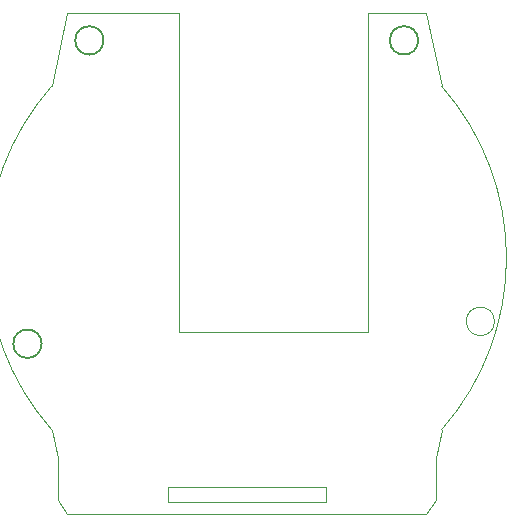
<source format=gbr>
%TF.GenerationSoftware,KiCad,Pcbnew,6.0.7-1.fc35*%
%TF.CreationDate,2022-11-04T19:38:46+01:00*%
%TF.ProjectId,sense_slim,73656e73-655f-4736-9c69-6d2e6b696361,rev?*%
%TF.SameCoordinates,Original*%
%TF.FileFunction,Profile,NP*%
%FSLAX46Y46*%
G04 Gerber Fmt 4.6, Leading zero omitted, Abs format (unit mm)*
G04 Created by KiCad (PCBNEW 6.0.7-1.fc35) date 2022-11-04 19:38:46*
%MOMM*%
%LPD*%
G01*
G04 APERTURE LIST*
%TA.AperFunction,Profile*%
%ADD10C,0.050000*%
%TD*%
%TA.AperFunction,Profile*%
%ADD11C,0.200000*%
%TD*%
G04 APERTURE END LIST*
D10*
X131620002Y-75688455D02*
X130305042Y-81914084D01*
D11*
X161330002Y-78038455D02*
G75*
G03*
X161330002Y-78038455I-1200000J0D01*
G01*
D10*
X162810002Y-116958455D02*
X162810002Y-113398455D01*
X131620002Y-75688455D02*
X141070002Y-75688455D01*
X130814963Y-113404083D02*
X130310003Y-111008454D01*
X161990002Y-75688455D02*
X163310001Y-81908456D01*
D11*
X134690002Y-78038455D02*
G75*
G03*
X134690002Y-78038455I-1200000J0D01*
G01*
D10*
X162810002Y-113398455D02*
X163314962Y-111002826D01*
X131630002Y-118150455D02*
X161990002Y-118150455D01*
X161990002Y-118150455D02*
X162810002Y-116958455D01*
X167800002Y-101828455D02*
G75*
G03*
X167800002Y-101828455I-1200000J0D01*
G01*
X130814963Y-116964083D02*
X130814963Y-113404083D01*
X131630002Y-118150455D02*
X130814963Y-116964083D01*
X141070002Y-75688455D02*
X141070002Y-102688455D01*
X153510002Y-117088455D02*
X153510002Y-115838455D01*
X157070002Y-102688455D02*
X157070002Y-75688455D01*
X163314957Y-111002822D02*
G75*
G03*
X163310001Y-81908456I-16504957J14544372D01*
G01*
X141070002Y-102688455D02*
X157070002Y-102688455D01*
D11*
X129450002Y-103728455D02*
G75*
G03*
X129450002Y-103728455I-1200000J0D01*
G01*
D10*
X140110002Y-117088455D02*
X153510002Y-117088455D01*
X153510002Y-115838455D02*
X140110002Y-115838455D01*
X140110002Y-115838455D02*
X140110002Y-117088455D01*
X157070002Y-75688455D02*
X161990002Y-75688455D01*
X130305047Y-81914088D02*
G75*
G03*
X130310003Y-111008454I16504953J-14544372D01*
G01*
M02*

</source>
